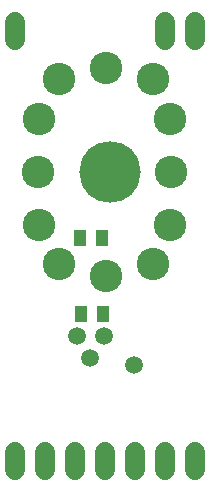
<source format=gbs>
G75*
%MOIN*%
%OFA0B0*%
%FSLAX25Y25*%
%IPPOS*%
%LPD*%
%AMOC8*
5,1,8,0,0,1.08239X$1,22.5*
%
%ADD10C,0.06800*%
%ADD11C,0.10800*%
%ADD12C,0.20485*%
%ADD13C,0.05918*%
%ADD14R,0.03950X0.05524*%
D10*
X0011170Y0006100D02*
X0011170Y0012100D01*
X0021170Y0012100D02*
X0021170Y0006100D01*
X0031170Y0006100D02*
X0031170Y0012100D01*
X0041170Y0012100D02*
X0041170Y0006100D01*
X0051170Y0006100D02*
X0051170Y0012100D01*
X0061170Y0012100D02*
X0061170Y0006100D01*
X0071170Y0006100D02*
X0071170Y0012100D01*
X0071170Y0149407D02*
X0071170Y0155407D01*
X0061170Y0155407D02*
X0061170Y0149407D01*
X0011170Y0149407D02*
X0011170Y0155407D01*
D11*
X0025747Y0136334D03*
X0019123Y0123273D03*
X0018623Y0105557D03*
X0019123Y0087840D03*
X0025747Y0074779D03*
X0041495Y0070842D03*
X0057243Y0074779D03*
X0062617Y0087840D03*
X0063117Y0105557D03*
X0062617Y0123273D03*
X0057243Y0136334D03*
X0041495Y0140271D03*
D12*
X0042745Y0105557D03*
D13*
X0040600Y0050813D03*
X0036200Y0043613D03*
X0031800Y0050813D03*
X0050800Y0041013D03*
D14*
X0040343Y0058013D03*
X0033257Y0058013D03*
X0032857Y0083413D03*
X0039943Y0083413D03*
M02*

</source>
